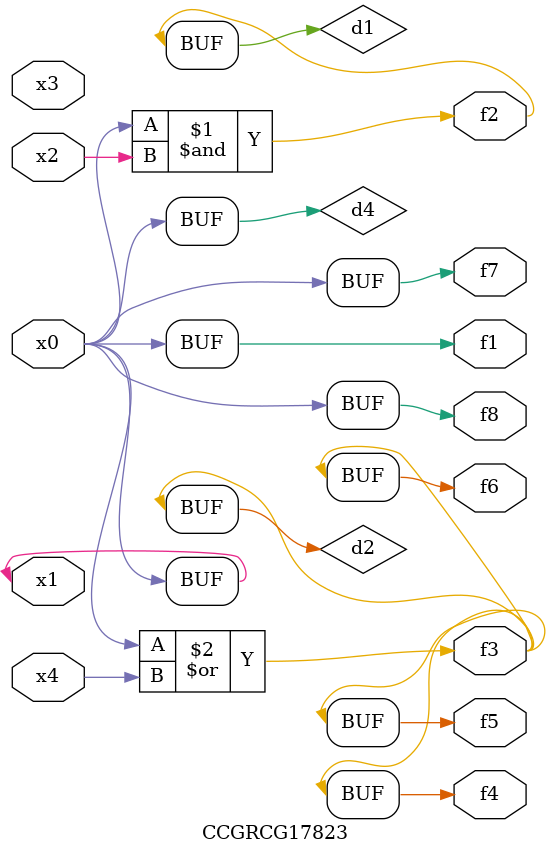
<source format=v>
module CCGRCG17823(
	input x0, x1, x2, x3, x4,
	output f1, f2, f3, f4, f5, f6, f7, f8
);

	wire d1, d2, d3, d4;

	and (d1, x0, x2);
	or (d2, x0, x4);
	nand (d3, x0, x2);
	buf (d4, x0, x1);
	assign f1 = d4;
	assign f2 = d1;
	assign f3 = d2;
	assign f4 = d2;
	assign f5 = d2;
	assign f6 = d2;
	assign f7 = d4;
	assign f8 = d4;
endmodule

</source>
